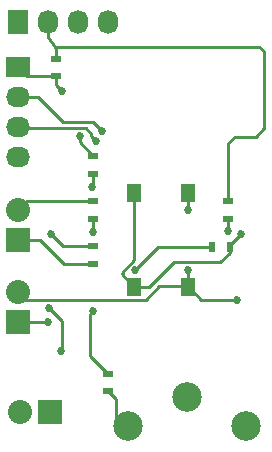
<source format=gbr>
G04 #@! TF.FileFunction,Copper,L2,Bot,Signal*
%FSLAX46Y46*%
G04 Gerber Fmt 4.6, Leading zero omitted, Abs format (unit mm)*
G04 Created by KiCad (PCBNEW 4.0.2-4+6225~38~ubuntu14.04.1-stable) date Thu 31 Mar 2016 02:11:22 CEST*
%MOMM*%
G01*
G04 APERTURE LIST*
%ADD10C,0.100000*%
%ADD11R,1.727200X2.032000*%
%ADD12O,1.727200X2.032000*%
%ADD13R,2.032000X2.032000*%
%ADD14O,2.032000X2.032000*%
%ADD15R,2.032000X1.727200*%
%ADD16O,2.032000X1.727200*%
%ADD17R,0.900000X0.500000*%
%ADD18R,0.500000X0.900000*%
%ADD19C,2.499360*%
%ADD20R,1.300000X1.550000*%
%ADD21C,0.685800*%
%ADD22C,0.250000*%
%ADD23C,0.254000*%
G04 APERTURE END LIST*
D10*
D11*
X60325000Y-43815000D03*
D12*
X62865000Y-43815000D03*
X65405000Y-43815000D03*
X67945000Y-43815000D03*
D13*
X62992000Y-76784200D03*
D14*
X60452000Y-76784200D03*
D13*
X60325000Y-69215000D03*
D14*
X60325000Y-66675000D03*
D15*
X60325000Y-47625000D03*
D16*
X60325000Y-50165000D03*
X60325000Y-52705000D03*
X60325000Y-55245000D03*
D13*
X60325000Y-62230000D03*
D14*
X60325000Y-59690000D03*
D17*
X66675000Y-56630000D03*
X66675000Y-55130000D03*
X63500000Y-46875000D03*
X63500000Y-48375000D03*
X66675000Y-62750000D03*
X66675000Y-64250000D03*
X67945000Y-73545000D03*
X67945000Y-75045000D03*
X66675000Y-60440000D03*
X66675000Y-58940000D03*
X78105000Y-58940000D03*
X78105000Y-60440000D03*
D18*
X76720000Y-62865000D03*
X78220000Y-62865000D03*
D19*
X74597260Y-75529440D03*
X79598520Y-78028800D03*
X69596000Y-78028800D03*
D20*
X74640000Y-58255000D03*
X70140000Y-58255000D03*
X70140000Y-66205000D03*
X74640000Y-66205000D03*
D21*
X65532000Y-53467000D03*
X64008000Y-49657000D03*
X70231000Y-64770000D03*
X62865000Y-69215000D03*
X78867000Y-67310000D03*
X74676000Y-64770000D03*
X74676000Y-59690000D03*
X67386200Y-53009800D03*
X66929000Y-53898800D03*
X66548000Y-57785000D03*
X62941200Y-67995800D03*
X63957200Y-71628000D03*
X63068200Y-61696600D03*
X66675000Y-68275200D03*
X66624200Y-61544200D03*
X78079600Y-61493400D03*
X79171800Y-61722000D03*
D22*
X66675000Y-55118000D02*
X65532000Y-53975000D01*
X65532000Y-53467000D02*
X65532000Y-53975000D01*
X63500000Y-49149000D02*
X64008000Y-49657000D01*
X63500000Y-49149000D02*
X63500000Y-48375000D01*
X70231000Y-64770000D02*
X72136000Y-62865000D01*
X72136000Y-62865000D02*
X76720000Y-62865000D01*
X62865000Y-69215000D02*
X60325000Y-69215000D01*
X60325000Y-47625000D02*
X61087000Y-48387000D01*
X61087000Y-48387000D02*
X63500000Y-48387000D01*
X63500000Y-48387000D02*
X63500000Y-48375000D01*
X66675000Y-55118000D02*
X66675000Y-55130000D01*
X63474563Y-45897763D02*
X63474563Y-46849563D01*
X63474563Y-46849563D02*
X63500000Y-46875000D01*
X62865000Y-43815000D02*
X62865000Y-45077740D01*
X78638400Y-53492400D02*
X78105000Y-54025800D01*
X80416400Y-53492400D02*
X78638400Y-53492400D01*
X81127600Y-52781200D02*
X80416400Y-53492400D01*
X81127600Y-46278800D02*
X81127600Y-52781200D01*
X80721200Y-45872400D02*
X81127600Y-46278800D01*
X63449200Y-45897800D02*
X63474563Y-45897763D01*
X63474563Y-45897763D02*
X80721200Y-45872400D01*
X78105000Y-54025800D02*
X78105000Y-58940000D01*
X62865000Y-45077740D02*
X63449200Y-45897800D01*
X60325000Y-66675000D02*
X60960000Y-67310000D01*
X60960000Y-67310000D02*
X71120000Y-67310000D01*
X71120000Y-67310000D02*
X72263000Y-66167000D01*
X72263000Y-66167000D02*
X74676000Y-66167000D01*
X74676000Y-66167000D02*
X74640000Y-66205000D01*
X74640000Y-66205000D02*
X74676000Y-66167000D01*
X74676000Y-66167000D02*
X75819000Y-67310000D01*
X75819000Y-67310000D02*
X78867000Y-67310000D01*
X74640000Y-66205000D02*
X74676000Y-66167000D01*
X74676000Y-66167000D02*
X74676000Y-64770000D01*
X74676000Y-59690000D02*
X74676000Y-58293000D01*
X74676000Y-58293000D02*
X74640000Y-58255000D01*
X62001400Y-50165000D02*
X60325000Y-50165000D01*
X64109600Y-52273200D02*
X62001400Y-50165000D01*
X66649600Y-52273200D02*
X64109600Y-52273200D01*
X67386200Y-53009800D02*
X66649600Y-52273200D01*
D23*
X66497200Y-53467000D02*
X66497200Y-53263800D01*
X66929000Y-53898800D02*
X66497200Y-53467000D01*
X66014600Y-52781200D02*
X60401200Y-52781200D01*
X66497200Y-53263800D02*
X66014600Y-52781200D01*
X60401200Y-52781200D02*
X60325000Y-52705000D01*
D22*
X66675000Y-64250000D02*
X64148400Y-64250000D01*
X62128400Y-62230000D02*
X60325000Y-62230000D01*
X64148400Y-64250000D02*
X62128400Y-62230000D01*
X66675000Y-58940000D02*
X61075000Y-58940000D01*
X61075000Y-58940000D02*
X60325000Y-59690000D01*
X66548000Y-57785000D02*
X66675000Y-57658000D01*
X66675000Y-57658000D02*
X66675000Y-56630000D01*
X62941200Y-67995800D02*
X64033400Y-69088000D01*
X64033400Y-69088000D02*
X64033400Y-71551800D01*
X64033400Y-71551800D02*
X63957200Y-71628000D01*
X63068200Y-61696600D02*
X64121600Y-62750000D01*
X64121600Y-62750000D02*
X66675000Y-62750000D01*
X66421000Y-72021000D02*
X67945000Y-73545000D01*
X66421000Y-68529200D02*
X66421000Y-72021000D01*
X66675000Y-68275200D02*
X66421000Y-68529200D01*
X68580000Y-78105000D02*
X68580000Y-75680000D01*
X68580000Y-75680000D02*
X67945000Y-75045000D01*
X66624200Y-61544200D02*
X66675000Y-61493400D01*
X66675000Y-61493400D02*
X66675000Y-60440000D01*
X78105000Y-60440000D02*
X78105000Y-61468000D01*
X78105000Y-61468000D02*
X78079600Y-61493400D01*
X70140000Y-58255000D02*
X70140000Y-63946600D01*
X69088000Y-65153000D02*
X70140000Y-66205000D01*
X69088000Y-64998600D02*
X69088000Y-65153000D01*
X70140000Y-63946600D02*
X69088000Y-64998600D01*
X78220000Y-62865000D02*
X78220000Y-63334200D01*
X71412200Y-66205000D02*
X70140000Y-66205000D01*
X73482200Y-64135000D02*
X71412200Y-66205000D01*
X77419200Y-64135000D02*
X73482200Y-64135000D01*
X78220000Y-63334200D02*
X77419200Y-64135000D01*
X78220000Y-62865000D02*
X78220000Y-62673800D01*
X78220000Y-62673800D02*
X79171800Y-61722000D01*
M02*

</source>
